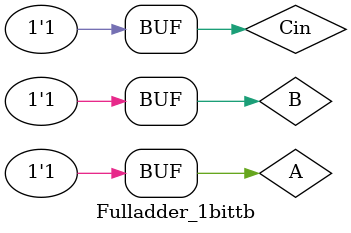
<source format=v>
`timescale 1ns / 1ps


module Fulladder_1bittb();
//Declare input and output variables for test bench.
reg A,B,Cin;
wire S,Cout;
//Invoke design source from test bench
Fulladder_1bit adder(.A(A),.B(B),.Cin(Cin),.S(S),.Cout(Cout));
initial
begin
A=0;B=0;Cin=0;
#100
A=0;B=0;Cin=1;
#100
A=0;B=1;Cin=0;
#100
A=0;B=1;Cin=1;
#100
A=1;B=0;Cin=0;
#100
A=1;B=0;Cin=1;
#100
A=1;B=1;Cin=0;
#100
A=1;B=1;Cin=1;
end
endmodule

</source>
